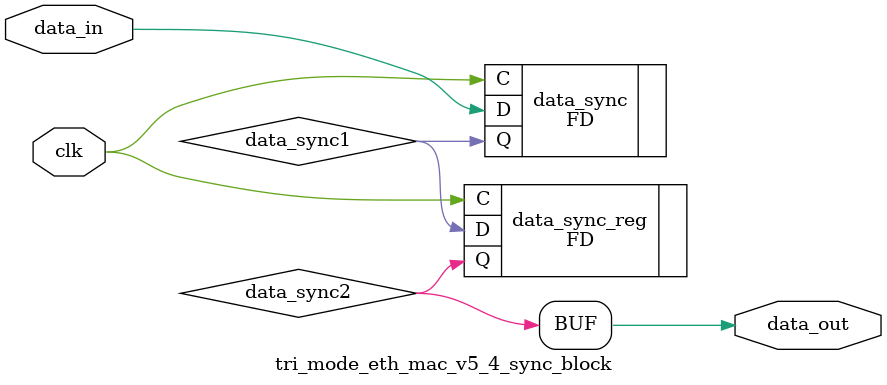
<source format=v>

`timescale 1ps / 1ps

module tri_mode_eth_mac_v5_4_sync_block #(
  parameter INITIALISE = 2'b00
)
(
  input        clk,              // clock to be sync'ed to
  input        data_in,          // Data to be 'synced'
  output       data_out          // synced data
);

  // Internal Signals
  wire data_sync1;
  wire data_sync2;


  (* ASYNC_REG = "TRUE", RLOC = "X0Y0",  SHREG_EXTRACT = "NO" *)
  FD #(
    .INIT (INITIALISE[0])
  ) data_sync (
    .C  (clk),
    .D  (data_in),
    .Q  (data_sync1)
  );


  (* ASYNC_REG = "TRUE", RLOC = "X0Y0",  SHREG_EXTRACT = "NO" *)
  FD #(
   .INIT (INITIALISE[1])
  ) data_sync_reg (
  .C  (clk),
  .D  (data_sync1),
  .Q  (data_sync2)
  );


  assign data_out = data_sync2;


endmodule



</source>
